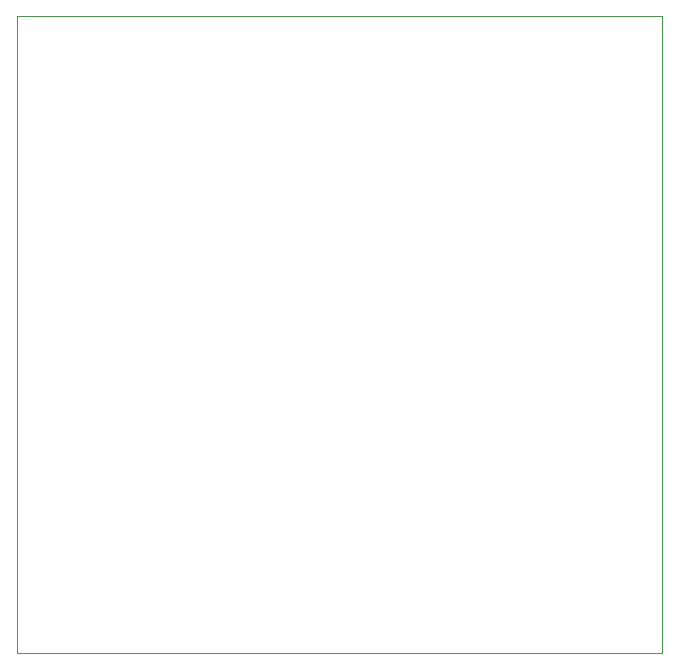
<source format=gm1>
G04 #@! TF.GenerationSoftware,KiCad,Pcbnew,7.0.11+dfsg-1build4*
G04 #@! TF.CreationDate,2026-01-27T20:44:15-05:00*
G04 #@! TF.ProjectId,Overdrive-01-KoT,4f766572-6472-4697-9665-2d30312d4b6f,rev?*
G04 #@! TF.SameCoordinates,Original*
G04 #@! TF.FileFunction,Profile,NP*
%FSLAX46Y46*%
G04 Gerber Fmt 4.6, Leading zero omitted, Abs format (unit mm)*
G04 Created by KiCad (PCBNEW 7.0.11+dfsg-1build4) date 2026-01-27 20:44:15*
%MOMM*%
%LPD*%
G01*
G04 APERTURE LIST*
G04 #@! TA.AperFunction,Profile*
%ADD10C,0.100000*%
G04 #@! TD*
G04 APERTURE END LIST*
D10*
X92075000Y-117475000D02*
X92075000Y-63500000D01*
X146685000Y-63500000D02*
X146685000Y-117475000D01*
X92075000Y-63500000D02*
X146685000Y-63500000D01*
X146685000Y-117475000D02*
X92075000Y-117475000D01*
M02*

</source>
